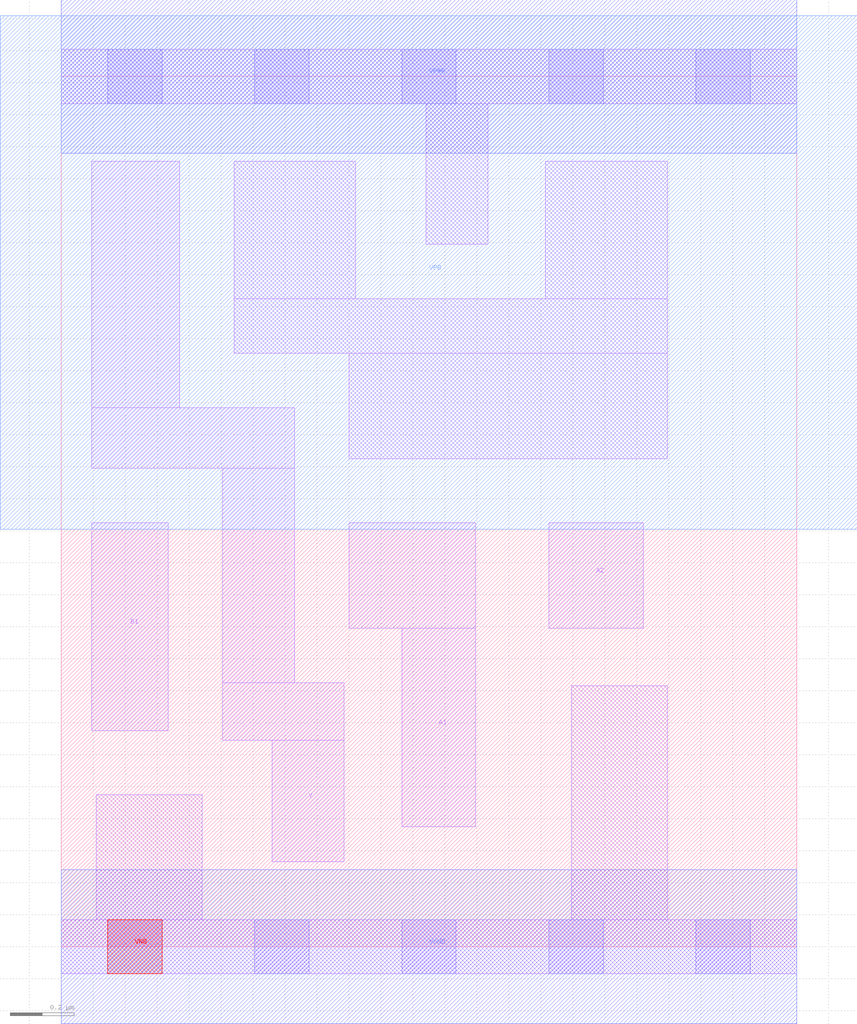
<source format=lef>
# Copyright 2020 The SkyWater PDK Authors
#
# Licensed under the Apache License, Version 2.0 (the "License");
# you may not use this file except in compliance with the License.
# You may obtain a copy of the License at
#
#     https://www.apache.org/licenses/LICENSE-2.0
#
# Unless required by applicable law or agreed to in writing, software
# distributed under the License is distributed on an "AS IS" BASIS,
# WITHOUT WARRANTIES OR CONDITIONS OF ANY KIND, either express or implied.
# See the License for the specific language governing permissions and
# limitations under the License.
#
# SPDX-License-Identifier: Apache-2.0

VERSION 5.7 ;
  NOWIREEXTENSIONATPIN ON ;
  DIVIDERCHAR "/" ;
  BUSBITCHARS "[]" ;
PROPERTYDEFINITIONS
  MACRO maskLayoutSubType STRING ;
  MACRO prCellType STRING ;
  MACRO originalViewName STRING ;
END PROPERTYDEFINITIONS
MACRO sky130_fd_sc_hdll__a21oi_1
  CLASS CORE ;
  FOREIGN sky130_fd_sc_hdll__a21oi_1 ;
  ORIGIN  0.000000  0.000000 ;
  SIZE  2.300000 BY  2.720000 ;
  SYMMETRY X Y R90 ;
  SITE unithd ;
  PIN A1
    ANTENNAGATEAREA  0.277500 ;
    DIRECTION INPUT ;
    USE SIGNAL ;
    PORT
      LAYER li1 ;
        RECT 0.900000 0.995000 1.295000 1.325000 ;
        RECT 1.065000 0.375000 1.295000 0.995000 ;
    END
  END A1
  PIN A2
    ANTENNAGATEAREA  0.277500 ;
    DIRECTION INPUT ;
    USE SIGNAL ;
    PORT
      LAYER li1 ;
        RECT 1.525000 0.995000 1.820000 1.325000 ;
    END
  END A2
  PIN B1
    ANTENNAGATEAREA  0.277500 ;
    DIRECTION INPUT ;
    USE SIGNAL ;
    PORT
      LAYER li1 ;
        RECT 0.095000 0.675000 0.335000 1.325000 ;
    END
  END B1
  PIN VGND
    ANTENNADIFFAREA  0.409500 ;
    DIRECTION INOUT ;
    USE SIGNAL ;
    PORT
      LAYER met1 ;
        RECT 0.000000 -0.240000 2.300000 0.240000 ;
    END
  END VGND
  PIN VPWR
    ANTENNADIFFAREA  0.315000 ;
    DIRECTION INOUT ;
    USE SIGNAL ;
    PORT
      LAYER met1 ;
        RECT 0.000000 2.480000 2.300000 2.960000 ;
    END
  END VPWR
  PIN Y
    ANTENNADIFFAREA  0.489500 ;
    DIRECTION OUTPUT ;
    USE SIGNAL ;
    PORT
      LAYER li1 ;
        RECT 0.095000 1.495000 0.730000 1.685000 ;
        RECT 0.095000 1.685000 0.370000 2.455000 ;
        RECT 0.505000 0.645000 0.885000 0.825000 ;
        RECT 0.505000 0.825000 0.730000 1.495000 ;
        RECT 0.660000 0.265000 0.885000 0.645000 ;
    END
  END Y
  PIN VNB
    DIRECTION INOUT ;
    USE GROUND ;
    PORT
      LAYER pwell ;
        RECT 0.145000 -0.085000 0.315000 0.085000 ;
    END
  END VNB
  PIN VPB
    DIRECTION INOUT ;
    USE POWER ;
    PORT
      LAYER nwell ;
        RECT -0.190000 1.305000 2.490000 2.910000 ;
    END
  END VPB
  OBS
    LAYER li1 ;
      RECT 0.000000 -0.085000 2.300000 0.085000 ;
      RECT 0.000000  2.635000 2.300000 2.805000 ;
      RECT 0.110000  0.085000 0.440000 0.475000 ;
      RECT 0.540000  1.855000 1.895000 2.025000 ;
      RECT 0.540000  2.025000 0.920000 2.455000 ;
      RECT 0.900000  1.525000 1.895000 1.855000 ;
      RECT 1.140000  2.195000 1.335000 2.635000 ;
      RECT 1.515000  2.025000 1.895000 2.455000 ;
      RECT 1.595000  0.085000 1.895000 0.815000 ;
    LAYER mcon ;
      RECT 0.145000 -0.085000 0.315000 0.085000 ;
      RECT 0.145000  2.635000 0.315000 2.805000 ;
      RECT 0.605000 -0.085000 0.775000 0.085000 ;
      RECT 0.605000  2.635000 0.775000 2.805000 ;
      RECT 1.065000 -0.085000 1.235000 0.085000 ;
      RECT 1.065000  2.635000 1.235000 2.805000 ;
      RECT 1.525000 -0.085000 1.695000 0.085000 ;
      RECT 1.525000  2.635000 1.695000 2.805000 ;
      RECT 1.985000 -0.085000 2.155000 0.085000 ;
      RECT 1.985000  2.635000 2.155000 2.805000 ;
  END
  PROPERTY maskLayoutSubType "abstract" ;
  PROPERTY prCellType "standard" ;
  PROPERTY originalViewName "layout" ;
END sky130_fd_sc_hdll__a21oi_1
END LIBRARY

</source>
